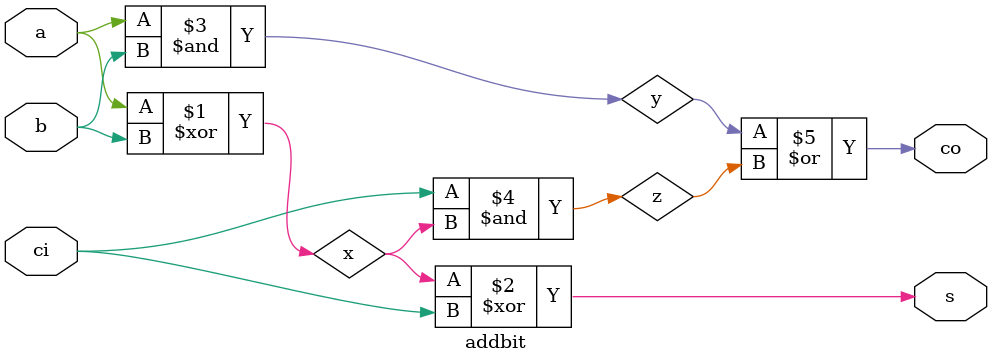
<source format=v>
module addbit(s,co,ci,a,b);
	output s,co;
	input ci,a,b;
	xor xor_1(x,a,b); 
	xor xor_2(s,x,ci);
	and and_1(y,a,b);
	and and_2(z,ci,x);
	or or_1(co,y,z);
endmodule

</source>
